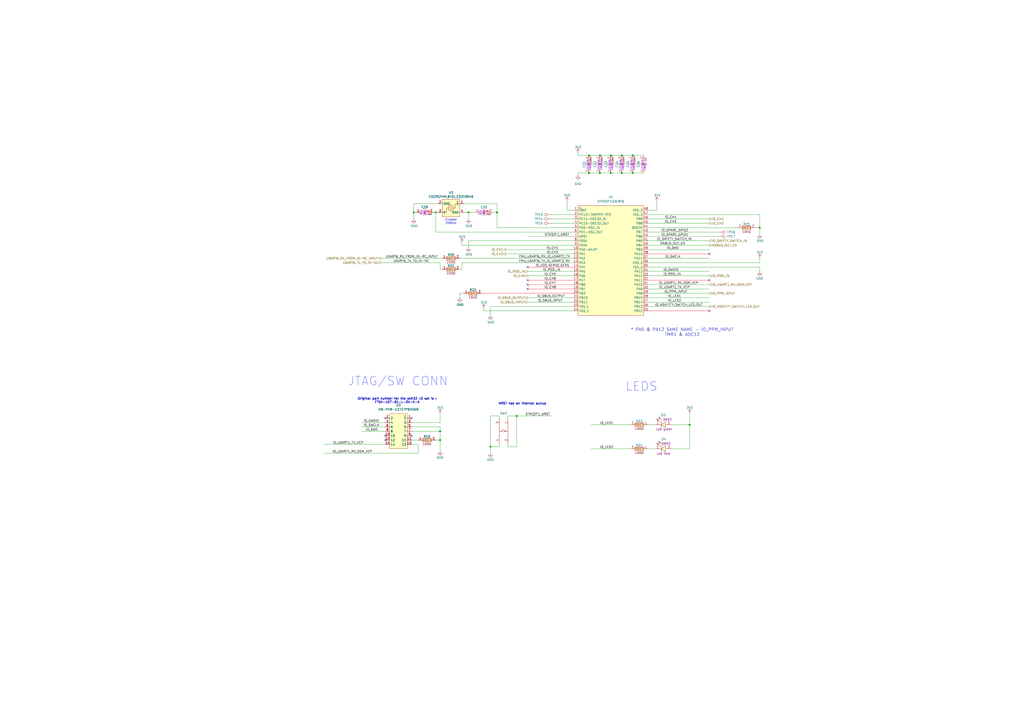
<source format=kicad_sch>
(kicad_sch (version 20250114) (generator "eeschema") (generator_version "9.0")
  (paper "A2")
  (lib_symbols
    (symbol "CL10B105KA8NNNC (1uf ,0603 ,25v ,X7R)_1"
      (property "Reference" "C" (at 0 3.048 0))
      (symbol "CL10B105KA8NNNC (1uf ,0603 ,25v ,X7R)_1_0_1"
        (polyline (pts (xy -0.51 0) (xy -2.54 0)))
        (polyline (pts (xy -0.51 -2.03) (xy -0.51 2.03)))
        (polyline (pts (xy 0.51 2.03) (xy 0.51 -2.03)))
        (polyline (pts (xy 2.54 0) (xy 0.51 0)))
        (pin unspecified line (at -5.08 0 0) (length 2.54) (name "") (number "1"))
        (pin unspecified line (at 5.08 0 180) (length 2.54) (name "") (number "2"))
      )
      (symbol "CL10B105KA8NNNC (1uf ,0603 ,25v ,X7R)_1_1_1"
        (text "X7R" (at -2.286 0.762 0) (effects (font (size 0.635 0.635))))
        (text "±10%" (at -2.286 -0.762 0) (effects (font (size 0.635 0.635))))
        (text "0603" (at 0 0 900) (effects (font (size 0.635 0.635))))
        (text "25v" (at 2.032 0.762 0) (effects (font (size 0.762 0.762))))
        (text "1uF" (at 2.794 -1.016 0) (effects (font (size 0.889 0.889))))
      )
    )
    (symbol "Connector:TestPoint" (pin_numbers (hide yes)) (pin_names (offset 0.762) (hide yes))
      (property "Reference" "TP" (at 0 6.858 0))
      (property "Value" "TestPoint" (at 0 5.08 0))
      (symbol "TestPoint_0_1"
        (circle (center 0 3.302) (radius 0.762))
      )
      (symbol "TestPoint_1_1"
        (pin passive line (at 0 0 90) (length 2.54) (name "1") (number "1"))
      )
    )
    (symbol "easyeda2kicad:0603Green509-620mcd" (pin_names (hide yes))
      (property "Reference" "LED" (at 0 5.08 0))
      (property "Value" "0603 Green 509-620mcd" (at 0 -5.08 0))
      (symbol "0603Green509-620mcd_0_1"
        (polyline (pts (xy -3.81 3.3) (xy -2.79 2.79) (xy -3.3 2.29) (xy -3.81 3.3)) (fill (type background)))
        (polyline (pts (xy -2.79 4.32) (xy -1.78 3.81) (xy -2.29 3.3) (xy -2.79 4.32)) (fill (type background)))
        (polyline (pts (xy -2.03 1.52) (xy -3.81 3.3)))
        (polyline (pts (xy -1.27 2.03) (xy -1.27 -2.03)))
        (polyline (pts (xy -1.02 2.54) (xy -2.79 4.32)))
        (polyline (pts (xy 1.27 -1.52) (xy -1.27 0) (xy 1.27 1.78) (xy 1.27 -1.52)) (fill (type background)))
        (pin unspecified line (at -5.08 0 0) (length 3.81) (name "K") (number "1"))
        (pin unspecified line (at 5.08 0 180) (length 3.81) (name "A") (number "2"))
      )
    )
    (symbol "easyeda2kicad:6.0*6.0*6.0" (pin_names (hide yes))
      (property "Reference" "SW" (at 0 7.62 0))
      (symbol "6.0*6.0*6.0_0_1"
        (polyline (pts (xy -2.54 2.54) (xy 2.54 2.54)))
        (polyline (pts (xy -2.54 -2.54) (xy 2.54 -2.54)))
        (polyline (pts (xy -0.25 1.02) (xy -1.27 -0.76)))
        (polyline (pts (xy 0 2.54) (xy 0 1.52)))
        (polyline (pts (xy 0 1.52) (xy 0 0.76)))
        (circle (center 0 0.76) (radius 0.25))
        (circle (center 0 -0.76) (radius 0.25))
        (polyline (pts (xy 0 -2.54) (xy 0 -0.76)))
        (pin unspecified line (at -7.62 2.54 0) (length 5.08) (name "1") (number "1"))
        (pin unspecified line (at -7.62 -2.54 0) (length 5.08) (name "3") (number "3"))
        (pin unspecified line (at 7.62 2.54 180) (length 5.08) (name "2") (number "2"))
        (pin unspecified line (at 7.62 -2.54 180) (length 5.08) (name "4") (number "4"))
      )
    )
    (symbol "easyeda2kicad:HB-PH9-12727PB2GOB"
      (property "Reference" "U" (at 0 12.7 0))
      (property "Value" "HB-PH9-12727PB2GOB" (at 0 -12.7 0))
      (symbol "HB-PH9-12727PB2GOB_0_1"
        (rectangle (start -5.08 10.16) (end 5.08 -10.16) (fill (type background)))
        (circle (center -3.81 8.89) (radius 0.38))
        (pin unspecified line (at -7.62 7.62 0) (length 2.54) (name "1") (number "1"))
        (pin unspecified line (at -7.62 5.08 0) (length 2.54) (name "3") (number "3"))
        (pin unspecified line (at -7.62 2.54 0) (length 2.54) (name "5") (number "5"))
        (pin unspecified line (at -7.62 0 0) (length 2.54) (name "7") (number "7"))
        (pin unspecified line (at -7.62 -2.54 0) (length 2.54) (name "9") (number "9"))
        (pin unspecified line (at -7.62 -5.08 0) (length 2.54) (name "11") (number "11"))
        (pin unspecified line (at -7.62 -7.62 0) (length 2.54) (name "13") (number "13"))
        (pin unspecified line (at 7.62 7.62 180) (length 2.54) (name "2") (number "2"))
        (pin unspecified line (at 7.62 5.08 180) (length 2.54) (name "4") (number "4"))
        (pin unspecified line (at 7.62 2.54 180) (length 2.54) (name "6") (number "6"))
        (pin unspecified line (at 7.62 0 180) (length 2.54) (name "8") (number "8"))
        (pin unspecified line (at 7.62 -2.54 180) (length 2.54) (name "10") (number "10"))
        (pin unspecified line (at 7.62 -5.08 180) (length 2.54) (name "12") (number "12"))
        (pin unspecified line (at 7.62 -7.62 180) (length 2.54) (name "14") (number "14"))
      )
    )
    (symbol "easyeda2kicad:KT-0603R" (pin_names (hide yes))
      (property "Reference" "LED" (at 0 5.08 0))
      (property "Value" "KT-0603R" (at 0 -5.08 0))
      (symbol "KT-0603R_0_1"
        (polyline (pts (xy -3.81 3.3) (xy -2.79 2.79) (xy -3.3 2.29) (xy -3.81 3.3)) (fill (type background)))
        (polyline (pts (xy -2.79 4.32) (xy -1.78 3.81) (xy -2.29 3.3) (xy -2.79 4.32)) (fill (type background)))
        (polyline (pts (xy -2.03 1.52) (xy -3.81 3.3)))
        (polyline (pts (xy -1.27 2.03) (xy -1.27 -2.03)))
        (polyline (pts (xy -1.02 2.54) (xy -2.79 4.32)))
        (polyline (pts (xy 1.27 -1.52) (xy -1.27 0) (xy 1.27 1.78) (xy 1.27 -1.52)) (fill (type background)))
        (pin unspecified line (at -5.08 0 0) (length 3.81) (name "K") (number "1"))
        (pin unspecified line (at 5.08 0 180) (length 3.81) (name "A") (number "2"))
      )
    )
    (symbol "easyeda2kicad:STM32F103C8T6"
      (property "Reference" "U" (at 0 34.29 0))
      (property "Value" "STM32F103C8T6" (at 0 -34.29 0))
      (symbol "STM32F103C8T6_0_1"
        (rectangle (start -19.05 31.75) (end 19.05 -31.75) (fill (type background)))
        (circle (center -17.78 30.48) (radius 0.38))
        (pin unspecified line (at -21.59 29.21 0) (length 2.54) (name "VBAT") (number "1"))
        (pin unspecified line (at -21.59 26.67 0) (length 2.54) (name "PC13-TAMPER-RTC") (number "2"))
        (pin unspecified line (at -21.59 24.13 0) (length 2.54) (name "PC14-OSC32_IN") (number "3"))
        (pin unspecified line (at -21.59 21.59 0) (length 2.54) (name "PC15-OSC32_OUT") (number "4"))
        (pin unspecified line (at -21.59 19.05 0) (length 2.54) (name "PD0-OSC_IN") (number "5"))
        (pin unspecified line (at -21.59 16.51 0) (length 2.54) (name "PD1-OSC_OUT") (number "6"))
        (pin unspecified line (at -21.59 13.97 0) (length 2.54) (name "NRST") (number "7"))
        (pin unspecified line (at -21.59 11.43 0) (length 2.54) (name "VSSA") (number "8"))
        (pin unspecified line (at -21.59 8.89 0) (length 2.54) (name "VDDA") (number "9"))
        (pin unspecified line (at -21.59 6.35 0) (length 2.54) (name "PA0-WKUP") (number "10"))
        (pin unspecified line (at -21.59 3.81 0) (length 2.54) (name "PA1") (number "11"))
        (pin unspecified line (at -21.59 1.27 0) (length 2.54) (name "PA2") (number "12"))
        (pin unspecified line (at -21.59 -1.27 0) (length 2.54) (name "PA3") (number "13"))
        (pin unspecified line (at -21.59 -3.81 0) (length 2.54) (name "PA4") (number "14"))
        (pin unspecified line (at -21.59 -6.35 0) (length 2.54) (name "PA5") (number "15"))
        (pin unspecified line (at -21.59 -8.89 0) (length 2.54) (name "PA6") (number "16"))
        (pin unspecified line (at -21.59 -11.43 0) (length 2.54) (name "PA7") (number "17"))
        (pin unspecified line (at -21.59 -13.97 0) (length 2.54) (name "PB0") (number "18"))
        (pin unspecified line (at -21.59 -16.51 0) (length 2.54) (name "PB1") (number "19"))
        (pin unspecified line (at -21.59 -19.05 0) (length 2.54) (name "PB2") (number "20"))
        (pin unspecified line (at -21.59 -21.59 0) (length 2.54) (name "PB10") (number "21"))
        (pin unspecified line (at -21.59 -24.13 0) (length 2.54) (name "PB11") (number "22"))
        (pin unspecified line (at -21.59 -26.67 0) (length 2.54) (name "VSS_1") (number "23"))
        (pin unspecified line (at -21.59 -29.21 0) (length 2.54) (name "VDD_1") (number "24"))
        (pin unspecified line (at 21.59 29.21 180) (length 2.54) (name "VDD_3") (number "48"))
        (pin unspecified line (at 21.59 26.67 180) (length 2.54) (name "VSS_3") (number "47"))
        (pin unspecified line (at 21.59 24.13 180) (length 2.54) (name "PB9") (number "46"))
        (pin unspecified line (at 21.59 21.59 180) (length 2.54) (name "PB8") (number "45"))
        (pin unspecified line (at 21.59 19.05 180) (length 2.54) (name "BOOT0") (number "44"))
        (pin unspecified line (at 21.59 16.51 180) (length 2.54) (name "PB7") (number "43"))
        (pin unspecified line (at 21.59 13.97 180) (length 2.54) (name "PB6") (number "42"))
        (pin unspecified line (at 21.59 11.43 180) (length 2.54) (name "PB5") (number "41"))
        (pin unspecified line (at 21.59 8.89 180) (length 2.54) (name "PB4") (number "40"))
        (pin unspecified line (at 21.59 6.35 180) (length 2.54) (name "PB3") (number "39"))
        (pin unspecified line (at 21.59 3.81 180) (length 2.54) (name "PA15") (number "38"))
        (pin unspecified line (at 21.59 1.27 180) (length 2.54) (name "PA14") (number "37"))
        (pin unspecified line (at 21.59 -1.27 180) (length 2.54) (name "VDD_2") (number "36"))
        (pin unspecified line (at 21.59 -3.81 180) (length 2.54) (name "VSS_2") (number "35"))
        (pin unspecified line (at 21.59 -6.35 180) (length 2.54) (name "PA13") (number "34"))
        (pin unspecified line (at 21.59 -8.89 180) (length 2.54) (name "PA12") (number "33"))
        (pin unspecified line (at 21.59 -11.43 180) (length 2.54) (name "PA11") (number "32"))
        (pin unspecified line (at 21.59 -13.97 180) (length 2.54) (name "PA10") (number "31"))
        (pin unspecified line (at 21.59 -16.51 180) (length 2.54) (name "PA9") (number "30"))
        (pin unspecified line (at 21.59 -19.05 180) (length 2.54) (name "PA8") (number "29"))
        (pin unspecified line (at 21.59 -21.59 180) (length 2.54) (name "PB15") (number "28"))
        (pin unspecified line (at 21.59 -24.13 180) (length 2.54) (name "PB14") (number "27"))
        (pin unspecified line (at 21.59 -26.67 180) (length 2.54) (name "PB13") (number "26"))
        (pin unspecified line (at 21.59 -29.21 180) (length 2.54) (name "PB12") (number "25"))
      )
    )
    (symbol "lampelKicadLIB:0603WAF1000T5E (100ohm , 0603)"
      (property "Reference" "R" (at 0 2.032 0))
      (symbol "0603WAF1000T5E (100ohm , 0603)_0_1"
        (rectangle (start -2.54 1.02) (end 2.54 -1.02) (fill (type background)))
        (pin input line (at -5.08 0 0) (length 2.54) (name "") (number "1"))
        (pin input line (at 5.08 0 180) (length 2.54) (name "") (number "2"))
      )
      (symbol "0603WAF1000T5E (100ohm , 0603)_1_1"
        (text "0603" (at 0 0 0) (effects (font (size 1.27 1.27))))
        (text "100Ω" (at 0 -2.286 0) (effects (font (size 1.27 1.27))))
      )
    )
    (symbol "lampelKicadLIB:0603WAF1002T5E (10kohm , 0603)"
      (property "Reference" "R" (at 0 2.032 0))
      (symbol "0603WAF1002T5E (10kohm , 0603)_0_1"
        (rectangle (start -2.54 1.02) (end 2.54 -1.02) (fill (type background)))
        (pin input line (at -5.08 0 0) (length 2.54) (name "") (number "1"))
        (pin input line (at 5.08 0 180) (length 2.54) (name "") (number "2"))
      )
      (symbol "0603WAF1002T5E (10kohm , 0603)_1_1"
        (text "0603" (at 0 0 0) (effects (font (size 1.27 1.27))))
        (text "10kΩ" (at 0 -2.286 0) (effects (font (size 1.27 1.27))))
      )
    )
    (symbol "lampelKicadLIB:0603WAF2200T5E (220ohm  , 0603)"
      (property "Reference" "R" (at 0 2.032 0))
      (symbol "0603WAF2200T5E (220ohm  , 0603)_0_1"
        (rectangle (start -2.54 1.02) (end 2.54 -1.02) (fill (type background)))
        (pin input line (at -5.08 0 0) (length 2.54) (name "") (number "1"))
        (pin input line (at 5.08 0 180) (length 2.54) (name "") (number "2"))
      )
      (symbol "0603WAF2200T5E (220ohm  , 0603)_1_1"
        (text "0603" (at 0 0 0) (effects (font (size 1.27 1.27))))
        (text "220Ω" (at 0 -2.286 0) (effects (font (size 1.27 1.27))))
      )
    )
    (symbol "lampelKicadLIB:CC0603JRNPO9BN100 (10pF , 0603 ,50V ,X7R)"
      (property "Reference" "C" (at 0 3.048 0))
      (symbol "CC0603JRNPO9BN100 (10pF , 0603 ,50V ,X7R)_0_1"
        (polyline (pts (xy -2.54 0) (xy -0.51 0)))
        (polyline (pts (xy -0.51 2.03) (xy -0.51 -2.03)))
        (polyline (pts (xy 0.51 2.03) (xy 0.51 -2.03)))
        (polyline (pts (xy 0.51 0) (xy 2.54 0)))
        (pin input line (at -5.08 0 0) (length 2.54) (name "") (number "1"))
        (pin input line (at 5.08 0 180) (length 2.54) (name "") (number "2"))
      )
      (symbol "CC0603JRNPO9BN100 (10pF , 0603 ,50V ,X7R)_1_1"
        (text "X7R" (at -2.286 0.762 0) (effects (font (size 0.635 0.635))))
        (text "±5%" (at -2.286 -0.762 0) (effects (font (size 0.635 0.635))))
        (text "0603" (at 0 0 900) (effects (font (size 0.635 0.635))))
        (text "50V" (at 2.032 0.762 0) (effects (font (size 0.762 0.762))))
        (text "10pF" (at 2.794 -1.016 0) (effects (font (size 0.889 0.889))))
      )
    )
    (symbol "lampelKicadLIB:CC0603KRX7R9BB104 (100nf , 0603 ,50v ,X7R)"
      (property "Reference" "C" (at 0 2.794 0))
      (symbol "CC0603KRX7R9BB104 (100nf , 0603 ,50v ,X7R)_0_1"
        (polyline (pts (xy -0.51 0) (xy -2.54 0)))
        (polyline (pts (xy -0.51 -2.03) (xy -0.51 2.03)))
        (polyline (pts (xy 0.51 2.03) (xy 0.51 -2.03)))
        (polyline (pts (xy 2.54 0) (xy 0.51 0)))
        (pin unspecified line (at -5.08 0 0) (length 2.54) (name "") (number "1"))
        (pin unspecified line (at 5.08 0 180) (length 2.54) (name "") (number "2"))
      )
      (symbol "CC0603KRX7R9BB104 (100nf , 0603 ,50v ,X7R)_1_1"
        (text "X7R" (at -2.286 0.762 0) (effects (font (size 0.635 0.635))))
        (text "±10%" (at -2.286 -0.762 0) (effects (font (size 0.635 0.635))))
        (text "0603" (at 0 0 900) (effects (font (size 0.635 0.635))))
        (text "50v" (at 2.032 0.762 0) (effects (font (size 0.762 0.762))))
        (text "100nF" (at 2.794 -1.016 0) (effects (font (size 0.889 0.889))))
      )
    )
    (symbol "lampelKicadLIB:X322524MLB4SI_C5210646"
      (property "Reference" "U" (at 0 7.62 0))
      (property "Value" "X322524MLB4SI_C5210646" (at 0 -7.62 0))
      (symbol "X322524MLB4SI_C5210646_0_1"
        (rectangle (start -5.08 5.08) (end 5.08 -5.08) (fill (type background)))
        (polyline (pts (xy -5.08 -2.54) (xy -2.54 -2.54) (xy -2.54 0) (xy -1.27 0)))
        (circle (center -3.81 -3.81) (radius 0.38))
        (polyline (pts (xy -1.27 -1.78) (xy -1.27 1.78)))
        (rectangle (start -0.51 1.78) (end 0.51 -1.78) (fill (type background)))
        (polyline (pts (xy 1.27 -1.78) (xy 1.27 1.78)))
        (polyline (pts (xy 5.08 2.54) (xy 2.54 2.54) (xy 2.54 0) (xy 1.27 0)))
        (pin input line (at -7.62 2.54 0) (length 2.54) (name "GND") (number "4"))
        (pin input line (at -7.62 -2.54 0) (length 2.54) (name "1") (number "1"))
        (pin input line (at 7.62 2.54 180) (length 2.54) (name "3") (number "3"))
        (pin input line (at 7.62 -2.54 180) (length 2.54) (name "GND") (number "2"))
      )
    )
    (symbol "power:GND" (power) (pin_numbers (hide yes)) (pin_names (offset 0) (hide yes))
      (property "Value" "GND" (at 0 -3.81 0))
      (symbol "GND_0_1"
        (polyline (pts (xy 0 0) (xy 0 -1.27) (xy 1.27 -1.27) (xy 0 -2.54) (xy -1.27 -1.27) (xy 0 -1.27)))
      )
      (symbol "GND_1_1"
        (pin power_in line (at 0 0 270) (length 0) (name "~") (number "1"))
      )
    )
    (symbol "power:VDD" (power) (pin_numbers (hide yes)) (pin_names (offset 0) (hide yes))
      (property "Value" "VDD" (at 0 3.556 0))
      (symbol "VDD_0_1"
        (polyline (pts (xy -0.762 1.27) (xy 0 2.54)))
        (polyline (pts (xy 0 2.54) (xy 0.762 1.27)))
        (polyline (pts (xy 0 0) (xy 0 2.54)))
      )
      (symbol "VDD_1_1"
        (pin power_in line (at 0 0 90) (length 0) (name "~") (number "1"))
      )
    )
  )
  (text "* PA5 & PA12 SAME NAME - IO_PPM_INPUT\nTMR1 & ADC12\n" (at 395.732 192.786 0) (effects (font (size 1.778 1.778))))
  (text "LEDS" (at 372.11 224.282 0) (effects (font (size 5.08 5.08))))
  (text "JTAG/SW CONN" (at 230.886 221.234 0) (effects (font (size 5.08 5.08))))
  (text "Crystal\n24MHz" (at 261.62 128.524 0) (effects (font (size 1.27 1.27))))
  (text "NRST has an internal pullup" (at 303.022 234.188 0) (effects (font (size 1.27 1.27) (thickness 0.254) (bold yes))))
  (text "Original part number for the stm32 v3 set is :\nFTSH-107-01-L-DV-K-A\n" (at 230.378 232.41 0) (effects (font (size 1.27 1.27) (thickness 0.254) (bold yes))))
  (junction (at 347.98 100.33))
  (junction (at 341.63 90.17))
  (junction (at 354.33 100.33))
  (junction (at 255.27 255.27))
  (junction (at 255.27 250.19))
  (junction (at 440.69 132.08))
  (junction (at 360.68 100.33))
  (junction (at 347.98 90.17))
  (junction (at 271.78 123.19))
  (junction (at 400.05 246.38))
  (junction (at 354.33 90.17))
  (junction (at 252.73 123.19))
  (junction (at 299.72 241.3))
  (junction (at 367.03 90.17))
  (junction (at 240.03 123.19))
  (junction (at 341.63 100.33))
  (junction (at 367.03 100.33))
  (junction (at 360.68 90.17))
  (junction (at 284.48 259.08))
  (junction (at 288.29 123.19))
  (no_connect (at 223.52 255.27))
  (no_connect (at 306.07 154.94))
  (no_connect (at 411.48 147.32))
  (no_connect (at 306.07 165.1))
  (no_connect (at 411.48 180.34))
  (no_connect (at 238.76 252.73))
  (no_connect (at 223.52 242.57))
  (no_connect (at 306.07 167.64))
  (no_connect (at 411.48 162.56))
  (no_connect (at 223.52 252.73))
  (no_connect (at 306.07 162.56))
  (no_connect (at 238.76 242.57))
  (wire (pts (xy 238.76 257.81) (xy 242.57 257.81)))
  (wire (pts (xy 240.03 118.11) (xy 240.03 123.19)))
  (wire (pts (xy 293.37 144.78) (xy 332.74 144.78)))
  (wire (pts (xy 269.24 118.11) (xy 288.29 118.11)))
  (wire (pts (xy 375.92 172.72) (xy 411.48 172.72)))
  (wire (pts (xy 267.97 142.24) (xy 267.97 140.97)))
  (wire (pts (xy 354.33 90.17) (xy 360.68 90.17)))
  (wire (pts (xy 255.27 247.65) (xy 255.27 250.19)))
  (wire (pts (xy 335.28 90.17) (xy 335.28 88.9)))
  (wire (pts (xy 266.7 170.18) (xy 266.7 172.72)))
  (wire (pts (xy 375.92 149.86) (xy 411.48 149.86)))
  (wire (pts (xy 335.28 90.17) (xy 341.63 90.17)))
  (wire (pts (xy 289.56 259.08) (xy 289.56 257.81)))
  (wire (pts (xy 440.69 124.46) (xy 440.69 132.08)))
  (wire (pts (xy 267.97 152.4) (xy 267.97 156.21)))
  (wire (pts (xy 294.64 241.3) (xy 294.64 242.57)))
  (wire (pts (xy 320.04 129.54) (xy 332.74 129.54)))
  (wire (pts (xy 375.92 165.1) (xy 411.48 165.1)))
  (wire (pts (xy 255.27 250.19) (xy 238.76 250.19)))
  (wire (pts (xy 240.03 118.11) (xy 254 118.11)))
  (wire (pts (xy 375.92 180.34) (xy 411.48 180.34)) (stroke (width 0) (color 255 0 0 1)))
  (wire (pts (xy 306.07 162.56) (xy 332.74 162.56)) (stroke (width 0) (color 255 0 0 1)))
  (wire (pts (xy 251.46 123.19) (xy 252.73 123.19)))
  (wire (pts (xy 320.04 127) (xy 332.74 127)))
  (wire (pts (xy 375.92 177.8) (xy 411.48 177.8)))
  (wire (pts (xy 375.92 157.48) (xy 411.48 157.48)))
  (wire (pts (xy 375.92 124.46) (xy 440.69 124.46)))
  (wire (pts (xy 342.9 260.35) (xy 365.76 260.35)))
  (wire (pts (xy 381 116.84) (xy 381 121.92)))
  (wire (pts (xy 379.73 246.38) (xy 375.92 246.38)))
  (wire (pts (xy 375.92 129.54) (xy 411.48 129.54)))
  (wire (pts (xy 252.73 134.62) (xy 332.74 134.62)))
  (wire (pts (xy 271.78 123.19) (xy 271.78 127)))
  (wire (pts (xy 375.92 154.94) (xy 440.69 154.94)))
  (wire (pts (xy 220.98 149.86) (xy 256.54 149.86)))
  (wire (pts (xy 299.72 241.3) (xy 299.72 259.08)))
  (wire (pts (xy 271.78 123.19) (xy 275.59 123.19)))
  (wire (pts (xy 288.29 132.08) (xy 332.74 132.08)))
  (wire (pts (xy 375.92 139.7) (xy 411.48 139.7)))
  (wire (pts (xy 255.27 156.21) (xy 256.54 156.21)))
  (wire (pts (xy 375.92 175.26) (xy 411.48 175.26)))
  (wire (pts (xy 294.64 259.08) (xy 299.72 259.08)))
  (wire (pts (xy 306.07 165.1) (xy 332.74 165.1)) (stroke (width 0) (color 255 0 0 1)))
  (wire (pts (xy 294.64 259.08) (xy 294.64 257.81)))
  (wire (pts (xy 328.93 116.84) (xy 328.93 121.92)))
  (wire (pts (xy 299.72 241.3) (xy 320.04 241.3)))
  (wire (pts (xy 375.92 147.32) (xy 411.48 147.32)) (stroke (width 0) (color 255 0 0 1)))
  (wire (pts (xy 288.29 123.19) (xy 288.29 132.08)))
  (wire (pts (xy 306.07 175.26) (xy 332.74 175.26)))
  (wire (pts (xy 187.96 257.81) (xy 223.52 257.81)))
  (wire (pts (xy 375.92 162.56) (xy 411.48 162.56)) (stroke (width 0) (color 255 0 0 1)))
  (wire (pts (xy 267.97 142.24) (xy 332.74 142.24)))
  (wire (pts (xy 267.97 152.4) (xy 332.74 152.4)))
  (wire (pts (xy 375.92 137.16) (xy 416.56 137.16)))
  (wire (pts (xy 284.48 259.08) (xy 289.56 259.08)))
  (wire (pts (xy 271.78 139.7) (xy 271.78 143.51)))
  (wire (pts (xy 332.74 180.34) (xy 280.67 180.34)))
  (wire (pts (xy 347.98 90.17) (xy 354.33 90.17)))
  (wire (pts (xy 375.92 132.08) (xy 427.99 132.08)))
  (wire (pts (xy 375.92 160.02) (xy 411.48 160.02)))
  (wire (pts (xy 342.9 246.38) (xy 365.76 246.38)))
  (wire (pts (xy 306.07 160.02) (xy 332.74 160.02)))
  (wire (pts (xy 285.75 123.19) (xy 288.29 123.19)))
  (wire (pts (xy 360.68 100.33) (xy 367.03 100.33)))
  (wire (pts (xy 252.73 123.19) (xy 254 123.19)))
  (wire (pts (xy 238.76 245.11) (xy 255.27 245.11)))
  (wire (pts (xy 440.69 154.94) (xy 440.69 157.48)))
  (wire (pts (xy 306.07 167.64) (xy 332.74 167.64)) (stroke (width 0) (color 255 0 0 1)))
  (wire (pts (xy 328.93 121.92) (xy 332.74 121.92)))
  (wire (pts (xy 267.97 156.21) (xy 266.7 156.21)))
  (wire (pts (xy 335.28 100.33) (xy 341.63 100.33)))
  (wire (pts (xy 280.67 180.34) (xy 280.67 179.07)))
  (wire (pts (xy 238.76 255.27) (xy 242.57 255.27)))
  (wire (pts (xy 375.92 134.62) (xy 416.56 134.62)))
  (wire (pts (xy 240.03 123.19) (xy 240.03 127)))
  (wire (pts (xy 288.29 118.11) (xy 288.29 123.19)))
  (wire (pts (xy 379.73 260.35) (xy 375.92 260.35)))
  (wire (pts (xy 255.27 245.11) (xy 255.27 240.03)))
  (wire (pts (xy 241.3 123.19) (xy 240.03 123.19)))
  (wire (pts (xy 255.27 255.27) (xy 255.27 261.62)))
  (wire (pts (xy 293.37 147.32) (xy 332.74 147.32)))
  (wire (pts (xy 271.78 139.7) (xy 332.74 139.7)))
  (wire (pts (xy 209.55 250.19) (xy 223.52 250.19)))
  (wire (pts (xy 266.7 149.86) (xy 332.74 149.86)))
  (wire (pts (xy 255.27 250.19) (xy 255.27 255.27)))
  (wire (pts (xy 332.74 177.8) (xy 284.48 177.8)))
  (wire (pts (xy 284.48 241.3) (xy 289.56 241.3)))
  (wire (pts (xy 306.07 157.48) (xy 332.74 157.48)))
  (wire (pts (xy 440.69 149.86) (xy 440.69 152.4)))
  (wire (pts (xy 389.89 246.38) (xy 400.05 246.38)))
  (wire (pts (xy 438.15 132.08) (xy 440.69 132.08)))
  (wire (pts (xy 360.68 90.17) (xy 367.03 90.17)))
  (wire (pts (xy 242.57 257.81) (xy 242.57 262.89)))
  (wire (pts (xy 238.76 247.65) (xy 255.27 247.65)))
  (wire (pts (xy 255.27 156.21) (xy 255.27 152.4)))
  (wire (pts (xy 341.63 90.17) (xy 347.98 90.17)))
  (wire (pts (xy 284.48 177.8) (xy 284.48 182.88)))
  (wire (pts (xy 335.28 100.33) (xy 335.28 101.6)))
  (wire (pts (xy 341.63 100.33) (xy 347.98 100.33)))
  (wire (pts (xy 375.92 152.4) (xy 440.69 152.4)))
  (wire (pts (xy 347.98 100.33) (xy 354.33 100.33)))
  (wire (pts (xy 294.64 241.3) (xy 299.72 241.3)))
  (wire (pts (xy 354.33 100.33) (xy 360.68 100.33)))
  (wire (pts (xy 269.24 123.19) (xy 271.78 123.19)))
  (wire (pts (xy 375.92 170.18) (xy 411.48 170.18)))
  (wire (pts (xy 367.03 90.17) (xy 373.38 90.17)))
  (wire (pts (xy 284.48 259.08) (xy 284.48 262.89)))
  (wire (pts (xy 252.73 255.27) (xy 255.27 255.27)))
  (wire (pts (xy 306.07 137.16) (xy 332.74 137.16)))
  (wire (pts (xy 375.92 167.64) (xy 411.48 167.64)))
  (wire (pts (xy 440.69 132.08) (xy 440.69 135.89)))
  (wire (pts (xy 209.55 247.65) (xy 223.52 247.65)))
  (wire (pts (xy 187.96 262.89) (xy 242.57 262.89)))
  (wire (pts (xy 269.24 170.18) (xy 266.7 170.18)))
  (wire (pts (xy 306.07 154.94) (xy 332.74 154.94)) (stroke (width 0) (color 255 0 0 1)))
  (wire (pts (xy 389.89 260.35) (xy 400.05 260.35)))
  (wire (pts (xy 255.27 152.4) (xy 220.98 152.4)))
  (wire (pts (xy 279.4 170.18) (xy 332.74 170.18)) (stroke (width 0) (color 255 0 0 1)))
  (wire (pts (xy 289.56 241.3) (xy 289.56 242.57)))
  (wire (pts (xy 252.73 134.62) (xy 252.73 123.19)))
  (wire (pts (xy 375.92 127) (xy 411.48 127)))
  (wire (pts (xy 209.55 245.11) (xy 223.52 245.11)))
  (wire (pts (xy 284.48 241.3) (xy 284.48 259.08)))
  (wire (pts (xy 375.92 144.78) (xy 411.48 144.78)))
  (wire (pts (xy 367.03 100.33) (xy 373.38 100.33)))
  (wire (pts (xy 400.05 240.03) (xy 400.05 246.38)))
  (wire (pts (xy 381 121.92) (xy 375.92 121.92)))
  (wire (pts (xy 375.92 142.24) (xy 411.48 142.24)))
  (wire (pts (xy 320.04 124.46) (xy 332.74 124.46)))
  (wire (pts (xy 332.74 172.72) (xy 306.07 172.72)))
  (wire (pts (xy 400.05 260.35) (xy 400.05 246.38)))
  (label "IO_VDD_SERVO_SENS" (at 330.2 154.94 180))
  (label "NSBUS_OUT_EN" (at 397.51 142.24 180))
  (label "IO_CH6" (at 322.58 162.56 180))
  (label "IO_CH4" (at 392.43 127 180))
  (label "IO_SWDIO" (at 210.82 245.11 0))
  (label "IO_SWO" (at 393.7 144.78 180))
  (label "IO_NSAFETY_SWITCH_LED_OUT" (at 407.67 177.8 180))
  (label "IO_SAFETY_SWITCH_IN" (at 401.32 139.7 180))
  (label "IO_LED2" (at 387.35 175.26 0))
  (label "USART6_RX_FROM_IO-RC_INPUT" (at 254 149.86 180))
  (label "FMU_USART6_TX_IO_USART2_RX" (at 300.99 152.4 0))
  (label "IO_USART1_RX_DSM_VCP" (at 215.9 262.89 180))
  (label "STM32F1_NRST" (at 304.8 241.3 0))
  (label "IO_LED1" (at 387.35 172.72 0))
  (label "IO_USART1_TX_VCP" (at 210.82 257.81 180))
  (label "IO_LED2" (at 347.98 260.35 0))
  (label "IO_CH8" (at 322.58 167.64 180))
  (label "STM32F1_NRST" (at 330.2 137.16 180))
  (label "IO_SWO" (at 212.09 250.19 0))
  (label "FMU_USART6_RX_IO_USART2_TX" (at 300.99 149.86 0))
  (label "IO_PPM_INPUT" (at 398.78 170.18 180))
  (label "IO_USART1_TX_VCP" (at 400.05 167.64 180))
  (label "IO_CH1" (at 323.85 144.78 180))
  (label "IO_CH7" (at 322.58 165.1 180))
  (label "IO_SWDIO" (at 393.7 157.48 180))
  (label "IO_SWCLK" (at 210.82 247.65 0))
  (label "IO_CH2" (at 323.85 147.32 180))
  (label "IO_SBUS_OUTPUT" (at 327.66 172.72 180))
  (label "IO_SWCLK" (at 394.97 149.86 180))
  (label "IO_SPARE_GPIO1" (at 383.54 137.16 0))
  (label "IO_LED1" (at 347.98 246.38 0))
  (label "IO_RSSI_IN" (at 394.97 160.02 180))
  (label "IO_CH3" (at 392.43 129.54 180))
  (label "IO_SBUS_INPUT" (at 326.39 175.26 180))
  (label "IO_RSSI_IN" (at 325.12 157.48 180))
  (label "IO_CH5" (at 322.58 160.02 180))
  (label "IO_SPARE_GPIO2" (at 383.54 134.62 0))
  (label "IO_USART1_RX_DSM_VCP" (at 405.13 165.1 180))
  (label "USART6_TX_TO_IO-NC" (at 248.92 152.4 180))
  (hierarchical_label "USART6_TX_TO_IO-NC" (shape input) (at 220.98 152.4 180))
  (hierarchical_label "USART6_RX_FROM_IO-RC_INPUT" (shape output) (at 220.98 149.86 180))
  (hierarchical_label "IO_SBUS_OUTPUT" (shape output) (at 306.07 172.72 180))
  (hierarchical_label "IO_CH2" (shape output) (at 293.37 147.32 180))
  (hierarchical_label "IO_CH3" (shape output) (at 411.48 129.54 0))
  (hierarchical_label "IO_RSSI_IN" (shape input) (at 411.48 160.02 0))
  (hierarchical_label "IO_NSAFETY_SWITCH_LED_OUT" (shape output) (at 411.48 177.8 0))
  (hierarchical_label "IO_SBUS_INPUT" (shape input) (at 306.07 175.26 180))
  (hierarchical_label "IO_SAFETY_SWITCH_IN" (shape input) (at 411.48 139.7 0))
  (hierarchical_label "IO_USART1_RX_DSM_VCP" (shape input) (at 411.48 165.1 0))
  (hierarchical_label "NSBUS_OUT_EN" (shape output) (at 411.48 142.24 0))
  (hierarchical_label "IO_PPM_INPUT" (shape input) (at 411.48 170.18 0))
  (hierarchical_label "IO_CH1" (shape output) (at 293.37 144.78 180))
  (hierarchical_label "IO_CH4" (shape output) (at 411.48 127 0))
  (hierarchical_label "IO_CH5" (shape output) (at 306.07 160.02 180))
  (hierarchical_label "IO_RSSI_IN" (shape input) (at 306.07 157.48 180))
  (symbol (lib_id "lampelKicadLIB:CC0603JRNPO9BN100 (10pF , 0603 ,50V ,X7R)") (at 246.38 123.19 0) (unit 1)
    (property "Reference" "C29" (at 246.38 120.142 0))
    (property "Value" "CC0603JRNPO9BN100 (10pF , 0603 ,50V ,X7R)" (effects (hide yes)))
    (property "Footprint" "easyeda2kicad:C0603" (effects (hide yes)))
    (property "Datasheet" "https://www.lcsc.com/product-detail/C106245.html" (effects (hide yes)))
    (property "Description" "10pF ±5% 50V Ceramic Capacitor NP0 0603" (effects (hide yes)))
    (property "LCSC Part" "C106245" (effects (hide yes)))
  )
  (symbol (lib_id "Connector:TestPoint") (at 416.56 137.16 270) (unit 1)
    (property "Reference" "TP17" (at 421.64 137.1599 90) (effects (justify left)))
    (property "Value" "TestPoint" (effects (hide yes)))
    (property "Footprint" "TestPoint:TestPoint_Pad_2.0x2.0mm" (effects (hide yes)))
    (property "Description" "test point" (effects (hide yes)))
  )
  (symbol (lib_id "power:GND") (at 240.03 127 0) (unit 1)
    (property "Reference" "#PWR064" (effects (hide yes)))
    (property "Value" "GND" (at 240.284 131.064 0))
    (property "Description" "Power symbol creates a global label with name \"GND\" , ground" (effects (hide yes)))
  )
  (symbol (lib_id "lampelKicadLIB:X322524MLB4SI_C5210646") (at 261.62 120.65 180) (unit 1)
    (property "Reference" "X3" (at 261.62 111.76 0))
    (property "Value" "X322524MLB4SI_C5210646" (at 261.62 114.046 0))
    (property "Footprint" "easyeda2kicad:CRYSTAL-SMD_4P-L3.2-W2.5-BL" (effects (hide yes)))
    (property "Datasheet" "https://www.lcsc.com/product-detail/C5210646.html" (effects (hide yes)))
    (property "Description" "Crystal 24MHz ±10ppm 9pF SMD3225-4P" (effects (hide yes)))
    (property "LCSC Part" "C5210646" (effects (hide yes)))
  )
  (symbol (lib_id "lampelKicadLIB:CC0603KRX7R9BB104 (100nf , 0603 ,50v ,X7R)") (at 367.03 95.25 90) (unit 1)
    (property "Reference" "C35" (at 364.236 95.25 0))
    (property "Value" "CC0603KRX7R9BB104 (100nf , 0603 ,50v ,X7R)" (effects (hide yes)))
    (property "Footprint" "easyeda2kicad:C0603" (effects (hide yes)))
    (property "Datasheet" "https://lcsc.com/product-detail/Multilayer-Ceramic-Capacitors-MLCC-SMD-SMT_100nF-104-10-50V_C14663.html" (effects (hide yes)))
    (property "Description" "100nF ±10% 50V Ceramic Capacitor X7R 0603" (effects (hide yes)))
    (property "LCSC Part" "C14663" (effects (hide yes)))
  )
  (symbol (lib_id "power:GND") (at 284.48 182.88 0) (unit 1)
    (property "Reference" "#PWR072" (effects (hide yes)))
    (property "Value" "GND" (at 284.734 186.944 0))
    (property "Description" "Power symbol creates a global label with name \"GND\" , ground" (effects (hide yes)))
  )
  (symbol (lib_id "power:VDD") (at 280.67 179.07 0) (unit 1)
    (property "Reference" "#PWR071" (effects (hide yes)))
    (property "Value" "3V3" (at 280.67 175.514 0))
    (property "Description" "Power symbol creates a global label with name \"VDD\"" (effects (hide yes)))
  )
  (symbol (lib_id "power:VDD") (at 255.27 240.03 0) (unit 1)
    (property "Reference" "#PWR065" (effects (hide yes)))
    (property "Value" "3V3" (at 255.27 236.474 0))
    (property "Description" "Power symbol creates a global label with name \"VDD\"" (effects (hide yes)))
  )
  (symbol (lib_id "lampelKicadLIB:CC0603KRX7R9BB104 (100nf , 0603 ,50v ,X7R)") (at 354.33 95.25 90) (unit 1)
    (property "Reference" "C33" (at 351.536 95.25 0))
    (property "Value" "CC0603KRX7R9BB104 (100nf , 0603 ,50v ,X7R)" (effects (hide yes)))
    (property "Footprint" "easyeda2kicad:C0603" (effects (hide yes)))
    (property "Datasheet" "https://lcsc.com/product-detail/Multilayer-Ceramic-Capacitors-MLCC-SMD-SMT_100nF-104-10-50V_C14663.html" (effects (hide yes)))
    (property "Description" "100nF ±10% 50V Ceramic Capacitor X7R 0603" (effects (hide yes)))
    (property "LCSC Part" "C14663" (effects (hide yes)))
  )
  (symbol (lib_id "power:GND") (at 440.69 157.48 0) (unit 1)
    (property "Reference" "#PWR081" (effects (hide yes)))
    (property "Value" "GND" (at 440.69 161.544 0))
    (property "Description" "Power symbol creates a global label with name \"GND\" , ground" (effects (hide yes)))
  )
  (symbol (lib_id "lampelKicadLIB:0603WAF1000T5E (100ohm , 0603)") (at 247.65 255.27 0) (unit 1)
    (property "Reference" "R19" (at 247.65 253.238 0))
    (property "Value" "603WAF1000T5E (100ohm , 0603)" (effects (hide yes)))
    (property "Footprint" "easyeda2kicad:R0603" (effects (hide yes)))
    (property "Datasheet" "https://lcsc.com/product-detail/Chip-Resistor-Surface-Mount-UniOhm_100R-1000-1_C22775.html" (effects (hide yes)))
    (property "Description" "100Ω ±1% 100mW 0603 Thick Film Resistor" (effects (hide yes)))
    (property "LCSC Part" "C22775" (effects (hide yes)))
  )
  (symbol (lib_id "Connector:TestPoint") (at 416.56 134.62 270) (unit 1)
    (property "Reference" "TP16" (at 421.64 134.6199 90) (effects (justify left)))
    (property "Value" "TestPoint" (effects (hide yes)))
    (property "Footprint" "TestPoint:TestPoint_Pad_2.0x2.0mm" (effects (hide yes)))
    (property "Description" "test point" (effects (hide yes)))
  )
  (symbol (lib_id "power:VDD") (at 400.05 240.03 0) (unit 1)
    (property "Reference" "#PWR078" (effects (hide yes)))
    (property "Value" "3V3" (at 400.05 236.474 0))
    (property "Description" "Power symbol creates a global label with name \"VDD\"" (effects (hide yes)))
  )
  (symbol (lib_id "lampelKicadLIB:CC0603KRX7R9BB104 (100nf , 0603 ,50v ,X7R)") (at 341.63 95.25 90) (unit 1)
    (property "Reference" "C31" (at 338.836 95.25 0))
    (property "Value" "CC0603KRX7R9BB104 (100nf , 0603 ,50v ,X7R)" (effects (hide yes)))
    (property "Footprint" "easyeda2kicad:C0603" (effects (hide yes)))
    (property "Datasheet" "https://lcsc.com/product-detail/Multilayer-Ceramic-Capacitors-MLCC-SMD-SMT_100nF-104-10-50V_C14663.html" (effects (hide yes)))
    (property "Description" "100nF ±10% 50V Ceramic Capacitor X7R 0603" (effects (hide yes)))
    (property "LCSC Part" "C14663" (effects (hide yes)))
  )
  (symbol (lib_id "power:GND") (at 284.48 262.89 0) (unit 1)
    (property "Reference" "#PWR073" (effects (hide yes)))
    (property "Value" "GND" (at 284.48 266.7 0))
    (property "Description" "Power symbol creates a global label with name \"GND\" , ground" (effects (hide yes)))
  )
  (symbol (lib_id "easyeda2kicad:STM32F103C8T6") (at 354.33 151.13 0) (unit 1)
    (property "Reference" "U4" (at 354.33 114.3 0))
    (property "Value" "STM32F103C8T6" (at 354.33 116.84 0))
    (property "Footprint" "easyeda2kicad:LQFP-48_L7.0-W7.0-P0.50-LS9.0-BL" (effects (hide yes)))
    (property "Datasheet" "https://lcsc.com/product-detail/ST-Microelectronics_STMicroelectronics_STM32F103C8T6_STM32F103C8T6_C8734.html" (effects (hide yes)))
    (property "LCSC Part" "C8734" (effects (hide yes)))
  )
  (symbol (lib_id "easyeda2kicad:KT-0603R") (at 384.81 260.35 0) (unit 1)
    (property "Reference" "D4" (at 385.064 254.762 0))
    (property "Value" "KT-0603R" (effects (hide yes)))
    (property "Footprint" "easyeda2kicad:LED0603-RD" (effects (hide yes)))
    (property "Datasheet" "https://lcsc.com/product-detail/Light-Emitting-Diodes-LED_Red-LED-0603_C2286.html" (effects (hide yes)))
    (property "Description" "Led Red" (at 384.81 263.144 0))
    (property "LCSC Part" "C2286" (effects (hide yes)))
    (property "Field6" "0603" (at 386.334 257.302 0))
  )
  (symbol (lib_id "lampelKicadLIB:0603WAF2200T5E (220ohm  , 0603)") (at 261.62 149.86 0) (unit 1)
    (property "Reference" "R20" (at 261.62 147.828 0))
    (property "Value" "0603WAF2200T5E (220ohm  , 0603)" (effects (hide yes)))
    (property "Footprint" "easyeda2kicad:R0603" (effects (hide yes)))
    (property "Datasheet" "https://lcsc.com/product-detail/Chip-Resistor-Surface-Mount-UniOhm_220R-2200-1_C22962.html" (effects (hide yes)))
    (property "Description" "220Ω ±1% 100mW 0603 Thick Film Resistor" (effects (hide yes)))
    (property "LCSC Part" "C22962" (effects (hide yes)))
  )
  (symbol (lib_id "power:GND") (at 266.7 172.72 0) (unit 1)
    (property "Reference" "#PWR067" (effects (hide yes)))
    (property "Value" "GND" (at 266.954 176.784 0))
    (property "Description" "Power symbol creates a global label with name \"GND\" , ground" (effects (hide yes)))
  )
  (symbol (lib_id "lampelKicadLIB:CC0603JRNPO9BN100 (10pF , 0603 ,50V ,X7R)") (at 280.67 123.19 0) (unit 1)
    (property "Reference" "C30" (at 280.67 120.142 0))
    (property "Value" "CC0603JRNPO9BN100 (10pF , 0603 ,50V ,X7R)" (effects (hide yes)))
    (property "Footprint" "easyeda2kicad:C0603" (effects (hide yes)))
    (property "Datasheet" "https://www.lcsc.com/product-detail/C106245.html" (effects (hide yes)))
    (property "Description" "10pF ±5% 50V Ceramic Capacitor NP0 0603" (effects (hide yes)))
    (property "LCSC Part" "C106245" (effects (hide yes)))
  )
  (symbol (lib_id "power:VDD") (at 335.28 88.9 0) (unit 1)
    (property "Reference" "#PWR075" (effects (hide yes)))
    (property "Value" "3V3" (at 335.28 85.344 0))
    (property "Description" "Power symbol creates a global label with name \"VDD\"" (effects (hide yes)))
  )
  (symbol (lib_id "lampelKicadLIB:CC0603KRX7R9BB104 (100nf , 0603 ,50v ,X7R)") (at 360.68 95.25 90) (unit 1)
    (property "Reference" "C34" (at 357.886 95.25 0))
    (property "Value" "CC0603KRX7R9BB104 (100nf , 0603 ,50v ,X7R)" (effects (hide yes)))
    (property "Footprint" "easyeda2kicad:C0603" (effects (hide yes)))
    (property "Datasheet" "https://lcsc.com/product-detail/Multilayer-Ceramic-Capacitors-MLCC-SMD-SMT_100nF-104-10-50V_C14663.html" (effects (hide yes)))
    (property "Description" "100nF ±10% 50V Ceramic Capacitor X7R 0603" (effects (hide yes)))
    (property "LCSC Part" "C14663" (effects (hide yes)))
  )
  (symbol (lib_id "lampelKicadLIB:0603WAF1000T5E (100ohm , 0603)") (at 370.84 260.35 0) (mirror y) (unit 1)
    (property "Reference" "R24" (at 370.84 258.318 0))
    (property "Value" "603WAF1000T5E (100ohm , 0603)" (effects (hide yes)))
    (property "Footprint" "easyeda2kicad:R0603" (effects (hide yes)))
    (property "Datasheet" "https://lcsc.com/product-detail/Chip-Resistor-Surface-Mount-UniOhm_100R-1000-1_C22775.html" (effects (hide yes)))
    (property "Description" "100Ω ±1% 100mW 0603 Thick Film Resistor" (effects (hide yes)))
    (property "LCSC Part" "C22775" (effects (hide yes)))
  )
  (symbol (lib_id "Connector:TestPoint") (at 320.04 127 90) (mirror x) (unit 1)
    (property "Reference" "TP14" (at 314.96 126.9999 90) (effects (justify left)))
    (property "Value" "TestPoint" (effects (hide yes)))
    (property "Footprint" "TestPoint:TestPoint_Pad_2.0x2.0mm" (effects (hide yes)))
    (property "Description" "test point" (effects (hide yes)))
  )
  (symbol (lib_id "power:GND") (at 440.69 135.89 0) (unit 1)
    (property "Reference" "#PWR079" (effects (hide yes)))
    (property "Value" "GND" (at 440.944 139.7 0))
    (property "Description" "Power symbol creates a global label with name \"GND\" , ground" (effects (hide yes)))
  )
  (symbol (lib_id "lampelKicadLIB:0603WAF1002T5E (10kohm , 0603)") (at 433.07 132.08 0) (unit 1)
    (property "Reference" "R25" (at 433.07 130.048 0))
    (property "Value" "0603WAF1002T5E (10kohm , 0603)" (effects (hide yes)))
    (property "Footprint" "easyeda2kicad:R0603" (effects (hide yes)))
    (property "Datasheet" "https://lcsc.com/product-detail/Chip-Resistor-Surface-Mount-UniOhm_10KR-1002-1_C25804.html" (effects (hide yes)))
    (property "LCSC Part" "C25804" (effects (hide yes)))
  )
  (symbol (lib_id "Connector:TestPoint") (at 320.04 129.54 90) (mirror x) (unit 1)
    (property "Reference" "TP15" (at 314.96 129.5399 90) (effects (justify left)))
    (property "Value" "TestPoint" (effects (hide yes)))
    (property "Footprint" "TestPoint:TestPoint_Pad_2.0x2.0mm" (effects (hide yes)))
    (property "Description" "test point" (effects (hide yes)))
  )
  (symbol (lib_id "power:VDD") (at 440.69 149.86 0) (unit 1)
    (property "Reference" "#PWR080" (effects (hide yes)))
    (property "Value" "3V3" (at 440.69 146.304 0))
    (property "Description" "Power symbol creates a global label with name \"VDD\"" (effects (hide yes)))
  )
  (symbol (lib_id "power:GND") (at 271.78 143.51 0) (unit 1)
    (property "Reference" "#PWR070" (effects (hide yes)))
    (property "Value" "GND" (at 272.034 147.574 0))
    (property "Description" "Power symbol creates a global label with name \"GND\" , ground" (effects (hide yes)))
  )
  (symbol (lib_id "easyeda2kicad:HB-PH9-12727PB2GOB") (at 231.14 250.19 0) (mirror y) (unit 1)
    (property "Reference" "U3" (at 231.14 234.95 0))
    (property "Value" "HB-PH9-12727PB2GOB" (at 231.14 237.49 0))
    (property "Footprint" "easyeda2kicad:HDR-SMD_14P-P1.27-V-M-R2-C7-LS5.5" (effects (hide yes)))
    (property "LCSC Part" "C6332251" (effects (hide yes)))
  )
  (symbol (lib_id "easyeda2kicad:6.0*6.0*6.0") (at 292.1 250.19 270) (unit 1)
    (property "Reference" "SW2" (at 290.068 239.776 90) (effects (justify left)))
    (property "Value" "6.0*6.0*6.0" (effects (hide yes)))
    (property "Footprint" "easyeda2kicad:SW-SMD_4P-L6.0-W6.0-P4.50-LS8.6" (effects (hide yes)))
    (property "Description" "Push button" (effects (hide yes)))
    (property "LCSC Part" "C5127964" (effects (hide yes)))
  )
  (symbol (lib_id "lampelKicadLIB:0603WAF2200T5E (220ohm  , 0603)") (at 261.62 156.21 0) (unit 1)
    (property "Reference" "R21" (at 261.62 154.178 0))
    (property "Value" "0603WAF2200T5E (220ohm  , 0603)" (effects (hide yes)))
    (property "Footprint" "easyeda2kicad:R0603" (effects (hide yes)))
    (property "Datasheet" "https://lcsc.com/product-detail/Chip-Resistor-Surface-Mount-UniOhm_220R-2200-1_C22962.html" (effects (hide yes)))
    (property "Description" "220Ω ±1% 100mW 0603 Thick Film Resistor" (effects (hide yes)))
    (property "LCSC Part" "C22962" (effects (hide yes)))
  )
  (symbol (lib_id "easyeda2kicad:0603Green509-620mcd") (at 384.81 246.38 0) (unit 1)
    (property "Reference" "D3" (at 384.81 240.792 0))
    (property "Value" "0603 Green 509-620mcd" (effects (hide yes)))
    (property "Footprint" "easyeda2kicad:LED0603-RD" (effects (hide yes)))
    (property "Datasheet" "https://lcsc.com/product-detail/Light-Emitting-Diodes-LED_0603-Green_C12624.html" (effects (hide yes)))
    (property "Description" "Led green" (at 385.318 248.92 0))
    (property "LCSC Part" "C12624" (effects (hide yes)))
    (property "Field6" "0603" (at 387.096 243.332 0))
  )
  (symbol (lib_id "Connector:TestPoint") (at 320.04 124.46 90) (mirror x) (unit 1)
    (property "Reference" "TP13" (at 314.96 124.4599 90) (effects (justify left)))
    (property "Value" "TestPoint" (effects (hide yes)))
    (property "Footprint" "TestPoint:TestPoint_Pad_2.0x2.0mm" (effects (hide yes)))
    (property "Description" "test point" (effects (hide yes)))
  )
  (symbol (lib_id "power:VDD") (at 328.93 116.84 0) (unit 1)
    (property "Reference" "#PWR074" (effects (hide yes)))
    (property "Value" "3V3" (at 328.93 113.284 0))
    (property "Description" "Power symbol creates a global label with name \"VDD\"" (effects (hide yes)))
  )
  (symbol (lib_id "lampelKicadLIB:0603WAF1000T5E (100ohm , 0603)") (at 370.84 246.38 0) (mirror y) (unit 1)
    (property "Reference" "R23" (at 370.84 244.348 0))
    (property "Value" "603WAF1000T5E (100ohm , 0603)" (effects (hide yes)))
    (property "Footprint" "easyeda2kicad:R0603" (effects (hide yes)))
    (property "Datasheet" "https://lcsc.com/product-detail/Chip-Resistor-Surface-Mount-UniOhm_100R-1000-1_C22775.html" (effects (hide yes)))
    (property "Description" "100Ω ±1% 100mW 0603 Thick Film Resistor" (effects (hide yes)))
    (property "LCSC Part" "C22775" (effects (hide yes)))
  )
  (symbol (lib_id "lampelKicadLIB:0603WAF1002T5E (10kohm , 0603)") (at 274.32 170.18 0) (unit 1)
    (property "Reference" "R22" (at 274.32 168.148 0))
    (property "Value" "0603WAF1002T5E (10kohm , 0603)" (effects (hide yes)))
    (property "Footprint" "easyeda2kicad:R0603" (effects (hide yes)))
    (property "Datasheet" "https://lcsc.com/product-detail/Chip-Resistor-Surface-Mount-UniOhm_10KR-1002-1_C25804.html" (effects (hide yes)))
    (property "LCSC Part" "C25804" (effects (hide yes)))
  )
  (symbol (lib_id "power:GND") (at 335.28 101.6 0) (unit 1)
    (property "Reference" "#PWR076" (effects (hide yes)))
    (property "Value" "GND" (at 335.28 106.68 0))
    (property "Description" "Power symbol creates a global label with name \"GND\" , ground" (effects (hide yes)))
  )
  (symbol (lib_id "power:VDD") (at 267.97 140.97 0) (unit 1)
    (property "Reference" "#PWR068" (effects (hide yes)))
    (property "Value" "3V3" (at 267.97 137.414 0))
    (property "Description" "Power symbol creates a global label with name \"VDD\"" (effects (hide yes)))
  )
  (symbol (lib_id "power:VDD") (at 381 116.84 0) (unit 1)
    (property "Reference" "#PWR077" (effects (hide yes)))
    (property "Value" "3V3" (at 381.254 113.284 0))
    (property "Description" "Power symbol creates a global label with name \"VDD\"" (effects (hide yes)))
  )
  (symbol (lib_id "power:GND") (at 271.78 127 0) (unit 1)
    (property "Reference" "#PWR069" (effects (hide yes)))
    (property "Value" "GND" (at 272.034 131.064 0))
    (property "Description" "Power symbol creates a global label with name \"GND\" , ground" (effects (hide yes)))
  )
  (symbol (lib_id "lampelKicadLIB:CC0603KRX7R9BB104 (100nf , 0603 ,50v ,X7R)") (at 347.98 95.25 90) (unit 1)
    (property "Reference" "C32" (at 345.186 95.25 0))
    (property "Value" "CC0603KRX7R9BB104 (100nf , 0603 ,50v ,X7R)" (effects (hide yes)))
    (property "Footprint" "easyeda2kicad:C0603" (effects (hide yes)))
    (property "Datasheet" "https://lcsc.com/product-detail/Multilayer-Ceramic-Capacitors-MLCC-SMD-SMT_100nF-104-10-50V_C14663.html" (effects (hide yes)))
    (property "Description" "100nF ±10% 50V Ceramic Capacitor X7R 0603" (effects (hide yes)))
    (property "LCSC Part" "C14663" (effects (hide yes)))
  )
  (symbol (lib_name "CL10B105KA8NNNC (1uf ,0603 ,25v ,X7R)_1") (lib_id "lampelKicadLIB:CL10B105KA8NNNC (1uf ,0603 ,25v ,X7R)") (at 373.38 95.25 90) (unit 1)
    (property "Reference" "C36" (at 370.332 95.25 0))
    (property "Value" "CL10B105KA8NNNC (1uf ,0603 ,25v ,X7R)" (effects (hide yes)))
    (property "Footprint" "easyeda2kicad:C0603" (effects (hide yes)))
    (property "Datasheet" "https://lcsc.com/product-detail/Multilayer-Ceramic-Capacitors-MLCC-SMD-SMT_SAMSUNG_CL10B105KA8NNNC_1uF-105-10-25V-X7R_C29936.html" (effects (hide yes)))
    (property "Description" "1uF ±10% 25V Ceramic Capacitor X7R 0603" (effects (hide yes)))
    (property "LCSC Part" "C29936" (effects (hide yes)))
  )
  (symbol (lib_id "power:GND") (at 255.27 261.62 0) (mirror y) (unit 1)
    (property "Reference" "#PWR066" (effects (hide yes)))
    (property "Value" "GND" (at 255.27 265.43 0))
    (property "Description" "Power symbol creates a global label with name \"GND\" , ground" (effects (hide yes)))
  )
)
</source>
